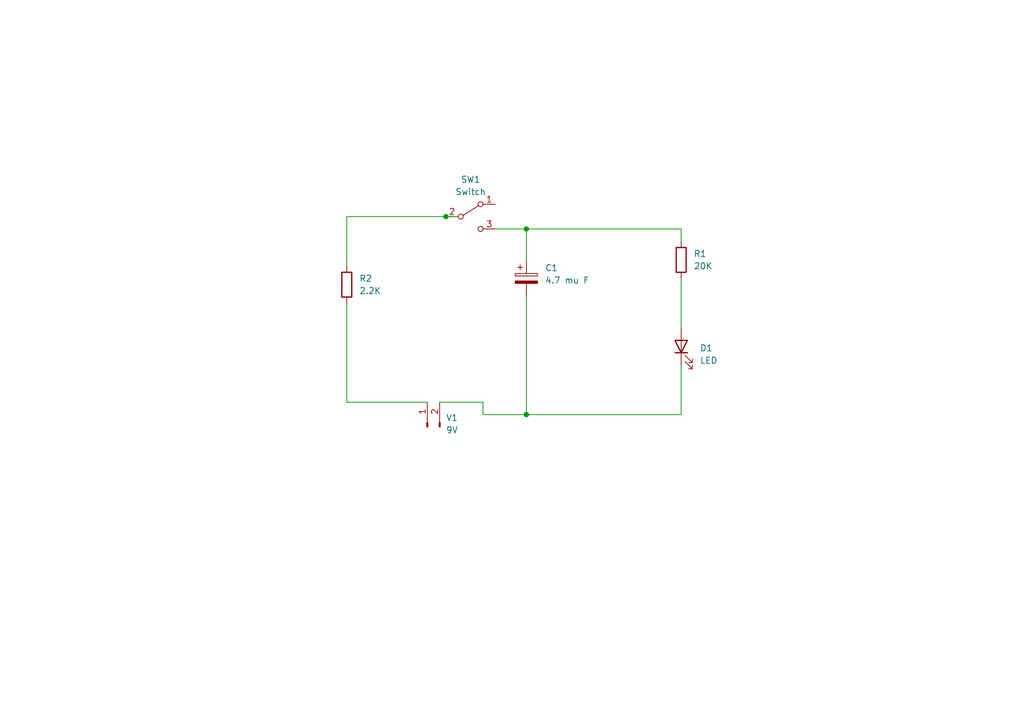
<source format=kicad_sch>
(kicad_sch (version 20211123) (generator eeschema)
  (paper "A5")
  (lib_symbols
    (symbol "Connector:Conn_01x02_Male" (pin_names (offset 1.016) hide)
      (property "Reference" "J" (at 0 2.54 0))
      (property "Value" "Conn_01x02_Male" (at 0 -5.08 0))
      (symbol "Conn_01x02_Male_1_1"
        (polyline (pts (xy 1.27 -2.54) (xy 0.8636 -2.54)) (stroke (width 0.1524)))
        (polyline (pts (xy 1.27 0) (xy 0.8636 0)) (stroke (width 0.1524)))
        (rectangle (start 0.8636 -2.413) (end 0 -2.667) (stroke (width 0.1524)) (fill (type outline)))
        (rectangle (start 0.8636 0.127) (end 0 -0.127) (stroke (width 0.1524)) (fill (type outline)))
        (pin passive line (at 5.08 0 180) (length 3.81) (name "Pin_1") (number "1"))
        (pin passive line (at 5.08 -2.54 180) (length 3.81) (name "Pin_2") (number "2"))
      )
    )
    (symbol "Device:C_Polarized" (pin_numbers hide) (pin_names (offset 0.254))
      (property "Reference" "C" (at 0.635 2.54 0))
      (property "Value" "C_Polarized" (at 0.635 -2.54 0))
      (symbol "C_Polarized_0_1"
        (rectangle (start -2.286 0.508) (end 2.286 1.016))
        (polyline (pts (xy -1.778 2.286) (xy -0.762 2.286)))
        (polyline (pts (xy -1.27 2.794) (xy -1.27 1.778)))
        (rectangle (start 2.286 -0.508) (end -2.286 -1.016) (fill (type outline)))
      )
      (symbol "C_Polarized_1_1"
        (pin passive line (at 0 3.81 270) (length 2.794) (name "~") (number "1"))
        (pin passive line (at 0 -3.81 90) (length 2.794) (name "~") (number "2"))
      )
    )
    (symbol "Device:LED" (pin_numbers hide) (pin_names (offset 1.016) hide)
      (property "Reference" "D" (at 0 2.54 0))
      (property "Value" "LED" (at 0 -2.54 0))
      (symbol "LED_0_1"
        (polyline (pts (xy -1.27 -1.27) (xy -1.27 1.27)) (stroke (width 0.254)))
        (polyline (pts (xy -1.27 0) (xy 1.27 0)))
        (polyline (pts (xy 1.27 -1.27) (xy 1.27 1.27) (xy -1.27 0) (xy 1.27 -1.27)) (stroke (width 0.254)))
        (polyline (pts (xy -3.048 -0.762) (xy -4.572 -2.286) (xy -3.81 -2.286) (xy -4.572 -2.286) (xy -4.572 -1.524)))
        (polyline (pts (xy -1.778 -0.762) (xy -3.302 -2.286) (xy -2.54 -2.286) (xy -3.302 -2.286) (xy -3.302 -1.524)))
      )
      (symbol "LED_1_1"
        (pin passive line (at -3.81 0 0) (length 2.54) (name "K") (number "1"))
        (pin passive line (at 3.81 0 180) (length 2.54) (name "A") (number "2"))
      )
    )
    (symbol "Device:R" (pin_numbers hide) (pin_names (offset 0))
      (property "Reference" "R" (at 2.032 0 90))
      (property "Value" "R" (at 0 0 90))
      (symbol "R_0_1"
        (rectangle (start -1.016 -2.54) (end 1.016 2.54) (stroke (width 0.254)))
      )
      (symbol "R_1_1"
        (pin passive line (at 0 3.81 270) (length 1.27) (name "~") (number "1"))
        (pin passive line (at 0 -3.81 90) (length 1.27) (name "~") (number "2"))
      )
    )
    (symbol "Switch:SW_SPDT" (pin_names (offset 0) hide)
      (property "Reference" "SW" (at 0 4.318 0))
      (property "Value" "SW_SPDT" (at 0 -5.08 0))
      (symbol "SW_SPDT_0_0"
        (circle (center -2.032 0) (radius 0.508))
        (circle (center 2.032 -2.54) (radius 0.508))
      )
      (symbol "SW_SPDT_0_1"
        (polyline (pts (xy -1.524 0.254) (xy 1.651 2.286)))
        (circle (center 2.032 2.54) (radius 0.508))
      )
      (symbol "SW_SPDT_1_1"
        (pin passive line (at 5.08 2.54 180) (length 2.54) (name "A") (number "1"))
        (pin passive line (at -5.08 0 0) (length 2.54) (name "B") (number "2"))
        (pin passive line (at 5.08 -2.54 180) (length 2.54) (name "C") (number "3"))
      )
    )
  )
  (junction (at 91.44 44.45))
  (junction (at 107.95 85.09))
  (junction (at 107.95 46.99))
  (wire (pts (xy 91.44 44.45) (xy 93.98 44.45)))
  (wire (pts (xy 90.17 82.55) (xy 99.06 82.55)))
  (wire (pts (xy 139.7 74.93) (xy 139.7 85.09)))
  (wire (pts (xy 71.12 62.23) (xy 71.12 82.55)))
  (wire (pts (xy 139.7 85.09) (xy 107.95 85.09)))
  (wire (pts (xy 99.06 85.09) (xy 107.95 85.09)))
  (wire (pts (xy 71.12 82.55) (xy 87.63 82.55)))
  (wire (pts (xy 139.7 46.99) (xy 107.95 46.99)))
  (wire (pts (xy 101.6 46.99) (xy 107.95 46.99)))
  (wire (pts (xy 99.06 82.55) (xy 99.06 85.09)))
  (wire (pts (xy 107.95 60.96) (xy 107.95 85.09)))
  (wire (pts (xy 107.95 46.99) (xy 107.95 53.34)))
  (wire (pts (xy 71.12 44.45) (xy 91.44 44.45)))
  (wire (pts (xy 71.12 54.61) (xy 71.12 44.45)))
  (wire (pts (xy 139.7 49.53) (xy 139.7 46.99)))
  (wire (pts (xy 139.7 57.15) (xy 139.7 67.31)))
  (symbol (lib_id "Device:R") (at 71.12 58.42 0) (unit 1)
    (property "Reference" "R2" (at 73.66 57.1499 0) (effects (justify left)))
    (property "Value" "2.2K" (at 73.66 59.6899 0) (effects (justify left)))
    (property "Footprint" "Resistor_THT:R_Axial_DIN0516_L15.5mm_D5.0mm_P20.32mm_Horizontal" (effects hide))
  )
  (symbol (lib_id "Connector:Conn_01x02_Male") (at 87.63 87.63 90) (unit 1)
    (property "Reference" "V1" (at 91.44 85.7249 90) (effects (justify right)))
    (property "Value" "9V" (at 91.44 88.2649 90) (effects (justify right)))
    (property "Footprint" "Connector_JST:JST_PH_B2B-PH-K_1x02_P2.00mm_Vertical" (effects hide))
  )
  (symbol (lib_id "Device:LED") (at 139.7 71.12 90) (unit 1)
    (property "Reference" "D1" (at 143.51 71.4374 90) (effects (justify right)))
    (property "Value" "LED" (at 143.51 73.9774 90) (effects (justify right)))
    (property "Footprint" "LED_THT:LED_D5.0mm" (effects hide))
  )
  (symbol (lib_id "Device:R") (at 139.7 53.34 0) (unit 1)
    (property "Reference" "R1" (at 142.24 52.0699 0) (effects (justify left)))
    (property "Value" "20K" (at 142.24 54.6099 0) (effects (justify left)))
    (property "Footprint" "Resistor_THT:R_Axial_DIN0516_L15.5mm_D5.0mm_P20.32mm_Horizontal" (effects hide))
  )
  (symbol (lib_id "Switch:SW_SPDT") (at 96.52 44.45 0) (unit 1)
    (property "Reference" "SW1" (at 96.52 36.83 0))
    (property "Value" "Switch" (at 96.52 39.37 0))
    (property "Footprint" "Button_Switch_THT:SW_E-Switch_EG1224_SPDT_Angled" (effects hide))
  )
  (symbol (lib_id "Device:C_Polarized") (at 107.95 57.15 0) (unit 1)
    (property "Reference" "C1" (at 111.76 54.9909 0) (effects (justify left)))
    (property "Value" "4.7 mu F" (at 111.76 57.5309 0) (effects (justify left)))
    (property "Footprint" "Capacitor_THT:C_Radial_D5.0mm_H5.0mm_P2.00mm" (effects hide))
  )
)
</source>
